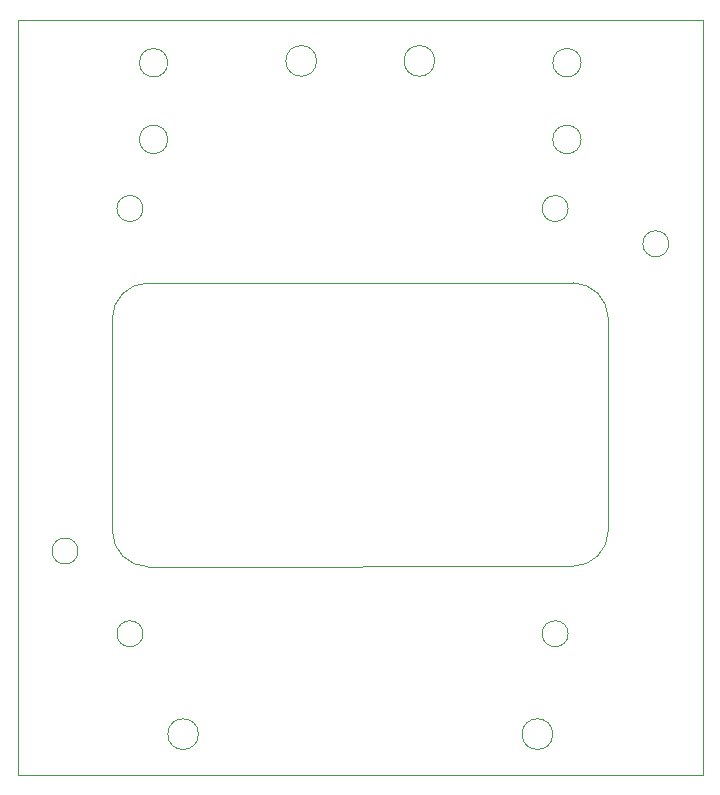
<source format=gbr>
%TF.GenerationSoftware,KiCad,Pcbnew,7.0.10*%
%TF.CreationDate,2024-04-17T22:46:39-04:00*%
%TF.ProjectId,kill-switch,6b696c6c-2d73-4776-9974-63682e6b6963,rev?*%
%TF.SameCoordinates,Original*%
%TF.FileFunction,Profile,NP*%
%FSLAX46Y46*%
G04 Gerber Fmt 4.6, Leading zero omitted, Abs format (unit mm)*
G04 Created by KiCad (PCBNEW 7.0.10) date 2024-04-17 22:46:39*
%MOMM*%
%LPD*%
G01*
G04 APERTURE LIST*
%TA.AperFunction,Profile*%
%ADD10C,0.100000*%
%TD*%
%TA.AperFunction,Profile*%
%ADD11C,0.050000*%
%TD*%
G04 APERTURE END LIST*
D10*
X96600000Y-66000000D02*
G75*
G03*
X94400000Y-66000000I-1100000J0D01*
G01*
X94400000Y-66000000D02*
G75*
G03*
X96600000Y-66000000I1100000J0D01*
G01*
X85300000Y-53500000D02*
G75*
G03*
X82700000Y-53500000I-1300000J0D01*
G01*
X82700000Y-53500000D02*
G75*
G03*
X85300000Y-53500000I1300000J0D01*
G01*
X50000000Y-50000000D02*
X108000000Y-50000000D01*
X108000000Y-114000000D01*
X50000000Y-114000000D01*
X50000000Y-50000000D01*
X96989340Y-96289340D02*
G75*
G03*
X99989340Y-93289342I-40J3000040D01*
G01*
X61010660Y-72310660D02*
G75*
G03*
X58010660Y-75310660I0J-3000000D01*
G01*
X96989340Y-96289342D02*
X61010660Y-96310662D01*
X58010738Y-93310662D02*
G75*
G03*
X61010660Y-96310662I2999962J-38D01*
G01*
X58010660Y-93310662D02*
X58010660Y-75310660D01*
X96600000Y-102000000D02*
G75*
G03*
X94400000Y-102000000I-1100000J0D01*
G01*
X94400000Y-102000000D02*
G75*
G03*
X96600000Y-102000000I1100000J0D01*
G01*
X55100000Y-95000000D02*
G75*
G03*
X52900000Y-95000000I-1100000J0D01*
G01*
X52900000Y-95000000D02*
G75*
G03*
X55100000Y-95000000I1100000J0D01*
G01*
X95300000Y-110500000D02*
G75*
G03*
X92700000Y-110500000I-1300000J0D01*
G01*
X92700000Y-110500000D02*
G75*
G03*
X95300000Y-110500000I1300000J0D01*
G01*
X99989260Y-75289340D02*
G75*
G03*
X96989340Y-72289340I-2999960J40D01*
G01*
X60600000Y-66000000D02*
G75*
G03*
X58400000Y-66000000I-1100000J0D01*
G01*
X58400000Y-66000000D02*
G75*
G03*
X60600000Y-66000000I1100000J0D01*
G01*
X65300000Y-110500000D02*
G75*
G03*
X62700000Y-110500000I-1300000J0D01*
G01*
X62700000Y-110500000D02*
G75*
G03*
X65300000Y-110500000I1300000J0D01*
G01*
X75300000Y-53500000D02*
G75*
G03*
X72700000Y-53500000I-1300000J0D01*
G01*
X72700000Y-53500000D02*
G75*
G03*
X75300000Y-53500000I1300000J0D01*
G01*
X99989340Y-75289340D02*
X99989340Y-93289342D01*
X105120000Y-68980000D02*
G75*
G03*
X102920000Y-68980000I-1100000J0D01*
G01*
X102920000Y-68980000D02*
G75*
G03*
X105120000Y-68980000I1100000J0D01*
G01*
X60600000Y-102000000D02*
G75*
G03*
X58400000Y-102000000I-1100000J0D01*
G01*
X58400000Y-102000000D02*
G75*
G03*
X60600000Y-102000000I1100000J0D01*
G01*
X61010660Y-72310660D02*
X96989340Y-72289340D01*
D11*
%TO.C,S1*%
X62700000Y-60150000D02*
G75*
G03*
X60300000Y-60150000I-1200000J0D01*
G01*
X60300000Y-60150000D02*
G75*
G03*
X62700000Y-60150000I1200000J0D01*
G01*
X62700000Y-53650000D02*
G75*
G03*
X60300000Y-53650000I-1200000J0D01*
G01*
X60300000Y-53650000D02*
G75*
G03*
X62700000Y-53650000I1200000J0D01*
G01*
%TO.C,S2*%
X97700000Y-60150000D02*
G75*
G03*
X95300000Y-60150000I-1200000J0D01*
G01*
X95300000Y-60150000D02*
G75*
G03*
X97700000Y-60150000I1200000J0D01*
G01*
X97700000Y-53650000D02*
G75*
G03*
X95300000Y-53650000I-1200000J0D01*
G01*
X95300000Y-53650000D02*
G75*
G03*
X97700000Y-53650000I1200000J0D01*
G01*
%TD*%
M02*

</source>
